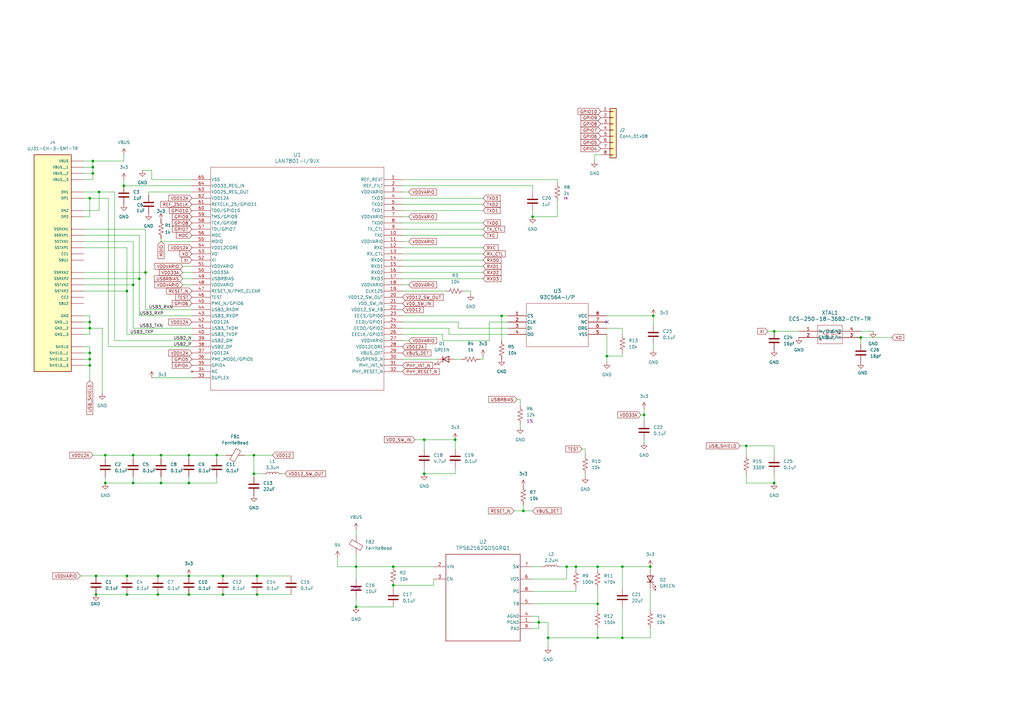
<source format=kicad_sch>
(kicad_sch (version 20231120) (generator "eeschema") (generator_version "8.0")
  (paper "A3")
  (junction (at 104.14 186.69))
  (junction (at 146.05 248.92))
  (junction (at 77.47 243.84))
  (junction (at 36.83 149.86))
  (junction (at 173.99 194.31))
  (junction (at 88.9 186.69))
  (junction (at 54.61 186.69))
  (junction (at 77.47 236.22))
  (junction (at 218.44 88.9))
  (junction (at 64.77 243.84))
  (junction (at 36.83 147.32))
  (junction (at 36.83 134.62))
  (junction (at 36.83 81.28))
  (junction (at 220.98 255.27))
  (junction (at 91.44 243.84))
  (junction (at 236.22 232.41))
  (junction (at 266.7 232.41))
  (junction (at 245.11 261.62))
  (junction (at 54.61 198.12))
  (junction (at 38.1 66.04))
  (junction (at 248.92 146.05))
  (junction (at 104.14 194.31))
  (junction (at 161.29 240.03))
  (junction (at 66.04 186.69))
  (junction (at 52.07 236.22))
  (junction (at 43.18 198.12))
  (junction (at 245.11 232.41))
  (junction (at 267.97 129.54))
  (junction (at 43.18 186.69))
  (junction (at 317.5 198.12))
  (junction (at 161.29 232.41))
  (junction (at 38.1 71.12))
  (junction (at 205.74 129.54))
  (junction (at 36.83 132.08))
  (junction (at 245.11 247.65))
  (junction (at 224.79 261.62))
  (junction (at 54.61 116.84))
  (junction (at 66.04 198.12))
  (junction (at 186.69 180.34))
  (junction (at 59.69 111.76))
  (junction (at 255.27 261.62))
  (junction (at 91.44 236.22))
  (junction (at 64.77 236.22))
  (junction (at 57.15 114.3))
  (junction (at 77.47 186.69))
  (junction (at 353.06 138.43))
  (junction (at 50.8 76.2))
  (junction (at 306.07 182.88))
  (junction (at 39.37 243.84))
  (junction (at 52.07 243.84))
  (junction (at 105.41 243.84))
  (junction (at 214.63 209.55))
  (junction (at 52.07 119.38))
  (junction (at 40.64 78.74))
  (junction (at 77.47 198.12))
  (junction (at 317.5 135.89))
  (junction (at 36.83 144.78))
  (junction (at 173.99 180.34))
  (junction (at 264.16 170.18))
  (junction (at 232.41 232.41))
  (junction (at 39.37 236.22))
  (junction (at 105.41 236.22))
  (junction (at 38.1 68.58))
  (junction (at 255.27 232.41))
  (junction (at 146.05 232.41))
  (no_connect (at 248.92 132.08))
  (wire (pts (xy 186.69 194.31) (xy 173.99 194.31)))
  (wire (pts (xy 77.47 236.22) (xy 91.44 236.22)))
  (wire (pts (xy 40.64 78.74) (xy 40.64 86.36)))
  (wire (pts (xy 66.04 195.58) (xy 66.04 198.12)))
  (wire (pts (xy 52.07 101.6) (xy 52.07 119.38)))
  (wire (pts (xy 303.53 182.88) (xy 306.07 182.88)))
  (wire (pts (xy 36.83 88.9) (xy 34.29 88.9)))
  (wire (pts (xy 36.83 132.08) (xy 36.83 134.62)))
  (wire (pts (xy 78.74 127) (xy 59.69 127)))
  (wire (pts (xy 218.44 255.27) (xy 220.98 255.27)))
  (wire (pts (xy 193.04 119.38) (xy 193.04 120.65)))
  (wire (pts (xy 92.71 186.69) (xy 88.9 186.69)))
  (wire (pts (xy 228.6 82.55) (xy 228.6 88.9)))
  (wire (pts (xy 34.29 99.06) (xy 54.61 99.06)))
  (wire (pts (xy 77.47 195.58) (xy 77.47 198.12)))
  (wire (pts (xy 248.92 146.05) (xy 248.92 148.59)))
  (wire (pts (xy 38.1 68.58) (xy 38.1 66.04)))
  (wire (pts (xy 107.95 194.31) (xy 104.14 194.31)))
  (wire (pts (xy 173.99 180.34) (xy 186.69 180.34)))
  (wire (pts (xy 105.41 236.22) (xy 119.38 236.22)))
  (wire (pts (xy 165.1 76.2) (xy 218.44 76.2)))
  (wire (pts (xy 34.29 142.24) (xy 36.83 142.24)))
  (wire (pts (xy 104.14 186.69) (xy 111.76 186.69)))
  (wire (pts (xy 255.27 232.41) (xy 266.7 232.41)))
  (wire (pts (xy 165.1 119.38) (xy 182.88 119.38)))
  (wire (pts (xy 54.61 198.12) (xy 66.04 198.12)))
  (wire (pts (xy 78.74 137.16) (xy 52.07 137.16)))
  (wire (pts (xy 34.29 134.62) (xy 36.83 134.62)))
  (wire (pts (xy 205.74 139.7) (xy 205.74 129.54)))
  (wire (pts (xy 62.23 154.94) (xy 78.74 154.94)))
  (wire (pts (xy 248.92 137.16) (xy 248.92 146.05)))
  (wire (pts (xy 240.03 194.31) (xy 240.03 195.58)))
  (wire (pts (xy 317.5 135.89) (xy 327.66 135.89)))
  (wire (pts (xy 44.45 142.24) (xy 78.74 142.24)))
  (wire (pts (xy 186.69 184.15) (xy 186.69 180.34)))
  (wire (pts (xy 184.15 137.16) (xy 208.28 137.16)))
  (wire (pts (xy 165.1 91.44) (xy 198.12 91.44)))
  (wire (pts (xy 246.38 63.5) (xy 243.84 63.5)))
  (wire (pts (xy 146.05 232.41) (xy 146.05 227.33)))
  (wire (pts (xy 255.27 232.41) (xy 255.27 241.3)))
  (wire (pts (xy 100.33 186.69) (xy 104.14 186.69)))
  (wire (pts (xy 218.44 232.41) (xy 222.25 232.41)))
  (wire (pts (xy 165.1 111.76) (xy 198.12 111.76)))
  (wire (pts (xy 236.22 232.41) (xy 236.22 233.68)))
  (wire (pts (xy 146.05 217.17) (xy 146.05 219.71)))
  (wire (pts (xy 220.98 252.73) (xy 220.98 255.27)))
  (wire (pts (xy 54.61 186.69) (xy 66.04 186.69)))
  (wire (pts (xy 165.1 81.28) (xy 198.12 81.28)))
  (wire (pts (xy 165.1 134.62) (xy 184.15 134.62)))
  (wire (pts (xy 34.29 81.28) (xy 36.83 81.28)))
  (wire (pts (xy 173.99 180.34) (xy 173.99 184.15)))
  (wire (pts (xy 78.74 134.62) (xy 54.61 134.62)))
  (wire (pts (xy 43.18 198.12) (xy 54.61 198.12)))
  (wire (pts (xy 170.18 180.34) (xy 173.99 180.34)))
  (wire (pts (xy 146.05 248.92) (xy 161.29 248.92)))
  (wire (pts (xy 36.83 149.86) (xy 34.29 149.86)))
  (wire (pts (xy 138.43 228.6) (xy 138.43 232.41)))
  (wire (pts (xy 60.96 78.74) (xy 60.96 80.01)))
  (wire (pts (xy 58.42 69.85) (xy 62.23 69.85)))
  (wire (pts (xy 34.29 78.74) (xy 40.64 78.74)))
  (wire (pts (xy 165.1 96.52) (xy 198.12 96.52)))
  (wire (pts (xy 104.14 186.69) (xy 104.14 194.31)))
  (wire (pts (xy 245.11 247.65) (xy 245.11 250.19)))
  (wire (pts (xy 165.1 114.3) (xy 198.12 114.3)))
  (wire (pts (xy 50.8 73.66) (xy 50.8 76.2)))
  (wire (pts (xy 165.1 93.98) (xy 198.12 93.98)))
  (wire (pts (xy 187.96 134.62) (xy 208.28 134.62)))
  (wire (pts (xy 36.83 137.16) (xy 34.29 137.16)))
  (wire (pts (xy 236.22 242.57) (xy 236.22 241.3)))
  (wire (pts (xy 218.44 252.73) (xy 220.98 252.73)))
  (wire (pts (xy 34.29 66.04) (xy 38.1 66.04)))
  (wire (pts (xy 165.1 101.6) (xy 198.12 101.6)))
  (wire (pts (xy 165.1 139.7) (xy 167.64 139.7)))
  (wire (pts (xy 74.93 114.3) (xy 78.74 114.3)))
  (wire (pts (xy 38.1 66.04) (xy 50.8 66.04)))
  (wire (pts (xy 36.83 147.32) (xy 36.83 149.86)))
  (wire (pts (xy 57.15 114.3) (xy 57.15 129.54)))
  (wire (pts (xy 77.47 243.84) (xy 91.44 243.84)))
  (wire (pts (xy 165.1 137.16) (xy 181.61 137.16)))
  (wire (pts (xy 200.66 139.7) (xy 200.66 132.08)))
  (wire (pts (xy 317.5 198.12) (xy 317.5 194.31)))
  (wire (pts (xy 245.11 232.41) (xy 255.27 232.41)))
  (wire (pts (xy 267.97 140.97) (xy 267.97 143.51)))
  (wire (pts (xy 255.27 261.62) (xy 245.11 261.62)))
  (wire (pts (xy 52.07 236.22) (xy 64.77 236.22)))
  (wire (pts (xy 165.1 129.54) (xy 205.74 129.54)))
  (wire (pts (xy 220.98 255.27) (xy 220.98 257.81)))
  (wire (pts (xy 161.29 240.03) (xy 161.29 241.3)))
  (wire (pts (xy 353.06 138.43) (xy 353.06 140.97)))
  (wire (pts (xy 146.05 232.41) (xy 161.29 232.41)))
  (wire (pts (xy 36.83 149.86) (xy 36.83 156.21)))
  (wire (pts (xy 40.64 78.74) (xy 46.99 78.74)))
  (wire (pts (xy 306.07 198.12) (xy 317.5 198.12)))
  (wire (pts (xy 186.69 191.77) (xy 186.69 194.31)))
  (wire (pts (xy 262.89 170.18) (xy 264.16 170.18)))
  (wire (pts (xy 218.44 88.9) (xy 218.44 86.36)))
  (wire (pts (xy 228.6 88.9) (xy 218.44 88.9)))
  (wire (pts (xy 165.1 86.36) (xy 198.12 86.36)))
  (wire (pts (xy 165.1 73.66) (xy 228.6 73.66)))
  (wire (pts (xy 187.96 132.08) (xy 187.96 134.62)))
  (wire (pts (xy 317.5 182.88) (xy 306.07 182.88)))
  (wire (pts (xy 165.1 83.82) (xy 198.12 83.82)))
  (wire (pts (xy 34.29 116.84) (xy 54.61 116.84)))
  (wire (pts (xy 243.84 63.5) (xy 243.84 66.04)))
  (wire (pts (xy 115.57 194.31) (xy 116.84 194.31)))
  (wire (pts (xy 34.29 73.66) (xy 38.1 73.66)))
  (wire (pts (xy 177.8 237.49) (xy 177.8 240.03)))
  (wire (pts (xy 212.09 163.83) (xy 213.36 163.83)))
  (wire (pts (xy 190.5 119.38) (xy 193.04 119.38)))
  (wire (pts (xy 317.5 186.69) (xy 317.5 182.88)))
  (wire (pts (xy 184.15 134.62) (xy 184.15 137.16)))
  (wire (pts (xy 54.61 116.84) (xy 54.61 134.62)))
  (wire (pts (xy 165.1 104.14) (xy 198.12 104.14)))
  (wire (pts (xy 34.29 68.58) (xy 38.1 68.58)))
  (wire (pts (xy 41.91 134.62) (xy 41.91 161.29)))
  (wire (pts (xy 38.1 71.12) (xy 38.1 68.58)))
  (wire (pts (xy 165.1 88.9) (xy 167.64 88.9)))
  (wire (pts (xy 214.63 209.55) (xy 218.44 209.55)))
  (wire (pts (xy 34.29 119.38) (xy 52.07 119.38)))
  (wire (pts (xy 88.9 186.69) (xy 88.9 187.96)))
  (wire (pts (xy 165.1 99.06) (xy 167.64 99.06)))
  (wire (pts (xy 306.07 194.31) (xy 306.07 198.12)))
  (wire (pts (xy 267.97 129.54) (xy 267.97 133.35)))
  (wire (pts (xy 248.92 146.05) (xy 255.27 146.05)))
  (wire (pts (xy 88.9 195.58) (xy 88.9 198.12)))
  (wire (pts (xy 353.06 138.43) (xy 365.76 138.43)))
  (wire (pts (xy 36.83 129.54) (xy 36.83 132.08)))
  (wire (pts (xy 266.7 257.81) (xy 266.7 261.62)))
  (wire (pts (xy 213.36 163.83) (xy 213.36 166.37)))
  (wire (pts (xy 218.44 257.81) (xy 220.98 257.81)))
  (wire (pts (xy 54.61 195.58) (xy 54.61 198.12)))
  (wire (pts (xy 186.69 147.32) (xy 189.23 147.32)))
  (wire (pts (xy 266.7 261.62) (xy 255.27 261.62)))
  (wire (pts (xy 39.37 243.84) (xy 52.07 243.84)))
  (wire (pts (xy 314.96 135.89) (xy 317.5 135.89)))
  (wire (pts (xy 59.69 127) (xy 59.69 111.76)))
  (wire (pts (xy 78.74 78.74) (xy 60.96 78.74)))
  (wire (pts (xy 104.14 194.31) (xy 104.14 195.58)))
  (wire (pts (xy 245.11 261.62) (xy 224.79 261.62)))
  (wire (pts (xy 66.04 99.06) (xy 66.04 97.79)))
  (wire (pts (xy 66.04 186.69) (xy 77.47 186.69)))
  (wire (pts (xy 240.03 184.15) (xy 240.03 186.69)))
  (wire (pts (xy 78.74 99.06) (xy 66.04 99.06)))
  (wire (pts (xy 59.69 111.76) (xy 59.69 93.98)))
  (wire (pts (xy 33.02 236.22) (xy 39.37 236.22)))
  (wire (pts (xy 264.16 170.18) (xy 264.16 172.72)))
  (wire (pts (xy 232.41 237.49) (xy 232.41 232.41)))
  (wire (pts (xy 50.8 66.04) (xy 50.8 63.5)))
  (wire (pts (xy 74.93 116.84) (xy 78.74 116.84)))
  (wire (pts (xy 238.76 184.15) (xy 240.03 184.15)))
  (wire (pts (xy 248.92 134.62) (xy 255.27 134.62)))
  (wire (pts (xy 224.79 261.62) (xy 224.79 255.27)))
  (wire (pts (xy 74.93 111.76) (xy 78.74 111.76)))
  (wire (pts (xy 173.99 191.77) (xy 173.99 194.31)))
  (wire (pts (xy 74.93 109.22) (xy 78.74 109.22)))
  (wire (pts (xy 214.63 209.55) (xy 214.63 207.01)))
  (wire (pts (xy 205.74 129.54) (xy 208.28 129.54)))
  (wire (pts (xy 41.91 134.62) (xy 36.83 134.62)))
  (wire (pts (xy 138.43 232.41) (xy 146.05 232.41)))
  (wire (pts (xy 40.64 86.36) (xy 34.29 86.36)))
  (wire (pts (xy 196.85 147.32) (xy 198.12 147.32)))
  (wire (pts (xy 66.04 186.69) (xy 66.04 187.96)))
  (wire (pts (xy 36.83 134.62) (xy 36.83 137.16)))
  (wire (pts (xy 177.8 240.03) (xy 161.29 240.03)))
  (wire (pts (xy 228.6 73.66) (xy 228.6 74.93)))
  (wire (pts (xy 77.47 186.69) (xy 88.9 186.69)))
  (wire (pts (xy 229.87 232.41) (xy 232.41 232.41)))
  (wire (pts (xy 146.05 245.11) (xy 146.05 248.92)))
  (wire (pts (xy 34.29 101.6) (xy 52.07 101.6)))
  (wire (pts (xy 236.22 232.41) (xy 245.11 232.41)))
  (wire (pts (xy 224.79 265.43) (xy 224.79 261.62)))
  (wire (pts (xy 34.29 93.98) (xy 59.69 93.98)))
  (wire (pts (xy 224.79 255.27) (xy 220.98 255.27)))
  (wire (pts (xy 165.1 78.74) (xy 167.64 78.74)))
  (wire (pts (xy 218.44 237.49) (xy 232.41 237.49)))
  (wire (pts (xy 91.44 236.22) (xy 105.41 236.22)))
  (wire (pts (xy 38.1 186.69) (xy 43.18 186.69)))
  (wire (pts (xy 54.61 99.06) (xy 54.61 116.84)))
  (wire (pts (xy 245.11 257.81) (xy 245.11 261.62)))
  (wire (pts (xy 200.66 132.08) (xy 208.28 132.08)))
  (wire (pts (xy 78.74 129.54) (xy 57.15 129.54)))
  (wire (pts (xy 52.07 119.38) (xy 52.07 137.16)))
  (wire (pts (xy 34.29 114.3) (xy 57.15 114.3)))
  (wire (pts (xy 50.8 76.2) (xy 78.74 76.2)))
  (wire (pts (xy 146.05 232.41) (xy 146.05 237.49)))
  (wire (pts (xy 353.06 135.89) (xy 358.14 135.89)))
  (wire (pts (xy 39.37 236.22) (xy 52.07 236.22)))
  (wire (pts (xy 264.16 167.64) (xy 264.16 170.18)))
  (wire (pts (xy 210.82 209.55) (xy 214.63 209.55)))
  (wire (pts (xy 52.07 243.84) (xy 64.77 243.84)))
  (wire (pts (xy 36.83 144.78) (xy 36.83 147.32)))
  (wire (pts (xy 38.1 73.66) (xy 38.1 71.12)))
  (wire (pts (xy 91.44 243.84) (xy 105.41 243.84)))
  (wire (pts (xy 165.1 147.32) (xy 179.07 147.32)))
  (wire (pts (xy 64.77 243.84) (xy 77.47 243.84)))
  (wire (pts (xy 77.47 186.69) (xy 77.47 187.96)))
  (wire (pts (xy 218.44 242.57) (xy 236.22 242.57)))
  (wire (pts (xy 181.61 137.16) (xy 181.61 139.7)))
  (wire (pts (xy 44.45 142.24) (xy 44.45 81.28)))
  (wire (pts (xy 245.11 241.3) (xy 245.11 247.65)))
  (wire (pts (xy 54.61 186.69) (xy 54.61 187.96)))
  (wire (pts (xy 64.77 236.22) (xy 77.47 236.22)))
  (wire (pts (xy 165.1 132.08) (xy 187.96 132.08)))
  (wire (pts (xy 255.27 248.92) (xy 255.27 261.62)))
  (wire (pts (xy 57.15 96.52) (xy 57.15 114.3)))
  (wire (pts (xy 77.47 198.12) (xy 88.9 198.12)))
  (wire (pts (xy 46.99 139.7) (xy 46.99 78.74)))
  (wire (pts (xy 43.18 195.58) (xy 43.18 198.12)))
  (wire (pts (xy 34.29 111.76) (xy 59.69 111.76)))
  (wire (pts (xy 232.41 232.41) (xy 236.22 232.41)))
  (wire (pts (xy 165.1 116.84) (xy 167.64 116.84)))
  (wire (pts (xy 266.7 241.3) (xy 266.7 250.19)))
  (wire (pts (xy 34.29 144.78) (xy 36.83 144.78)))
  (wire (pts (xy 245.11 232.41) (xy 245.11 233.68)))
  (wire (pts (xy 165.1 106.68) (xy 198.12 106.68)))
  (wire (pts (xy 161.29 232.41) (xy 177.8 232.41)))
  (wire (pts (xy 218.44 76.2) (xy 218.44 78.74)))
  (wire (pts (xy 165.1 109.22) (xy 198.12 109.22)))
  (wire (pts (xy 306.07 182.88) (xy 306.07 186.69)))
  (wire (pts (xy 34.29 96.52) (xy 57.15 96.52)))
  (wire (pts (xy 264.16 180.34) (xy 264.16 181.61)))
  (wire (pts (xy 46.99 139.7) (xy 78.74 139.7)))
  (wire (pts (xy 248.92 129.54) (xy 267.97 129.54)))
  (wire (pts (xy 266.7 232.41) (xy 266.7 233.68)))
  (wire (pts (xy 105.41 243.84) (xy 119.38 243.84)))
  (wire (pts (xy 62.23 73.66) (xy 78.74 73.66)))
  (wire (pts (xy 34.29 147.32) (xy 36.83 147.32)))
  (wire (pts (xy 43.18 186.69) (xy 54.61 186.69)))
  (wire (pts (xy 44.45 81.28) (xy 36.83 81.28)))
  (wire (pts (xy 181.61 139.7) (xy 200.66 139.7)))
  (wire (pts (xy 36.83 142.24) (xy 36.83 144.78)))
  (wire (pts (xy 43.18 186.69) (xy 43.18 187.96)))
  (wire (pts (xy 66.04 198.12) (xy 77.47 198.12)))
  (wire (pts (xy 34.29 129.54) (xy 36.83 129.54)))
  (wire (pts (xy 62.23 69.85) (xy 62.23 73.66)))
  (wire (pts (xy 34.29 71.12) (xy 38.1 71.12)))
  (wire (pts (xy 218.44 247.65) (xy 245.11 247.65)))
  (wire (pts (xy 198.12 147.32) (xy 198.12 146.05)))
  (wire (pts (xy 213.36 173.99) (xy 213.36 175.26)))
  (wire (pts (xy 36.83 81.28) (xy 36.83 88.9)))
  (wire (pts (xy 255.27 144.78) (xy 255.27 146.05)))
  (wire (pts (xy 34.29 132.08) (xy 36.83 132.08)))
  (wire (pts (xy 255.27 134.62) (xy 255.27 137.16)))
  (label "USB2_N" (at 71.12 139.7 0))
  (label "USB3_RXP" (at 57.15 129.54 0))
  (label "USB3_RXN" (at 60.96 127 0))
  (label "USB3_TXP" (at 53.34 137.16 0))
  (label "USB2_P" (at 71.12 142.24 0))
  (label "USB3_TXN" (at 57.15 134.62 0))
  (global_label "VBUS_DET" (shape input) (at 218.44 209.55 0) (property "Intersheetrefs" "${INTERSHEET_REFS}" (effects (hide yes))))
  (global_label "TXD0" (shape input) (at 198.12 91.44 0) (property "Intersheetrefs" "${INTERSHEET_REFS}" (effects (hide yes))))
  (global_label "RXD1" (shape input) (at 198.12 109.22 0) (property "Intersheetrefs" "${INTERSHEET_REFS}" (effects (hide yes))))
  (global_label "REF_25CLK" (shape input) (at 78.74 83.82 180) (property "Intersheetrefs" "${INTERSHEET_REFS}" (effects (hide yes))))
  (global_label "VDDVARIO" (shape input) (at 33.02 236.22 180) (property "Intersheetrefs" "${INTERSHEET_REFS}" (effects (hide yes))))
  (global_label "XI" (shape input) (at 314.96 135.89 180) (property "Intersheetrefs" "${INTERSHEET_REFS}" (effects (hide yes))))
  (global_label "VDD12A" (shape input) (at 78.74 81.28 180) (property "Intersheetrefs" "${INTERSHEET_REFS}" (effects (hide yes))))
  (global_label "VDD12A" (shape input) (at 165.1 142.24 0) (property "Intersheetrefs" "${INTERSHEET_REFS}" (effects (hide yes))))
  (global_label "GPIO10" (shape input) (at 78.74 86.36 180) (property "Intersheetrefs" "${INTERSHEET_REFS}" (effects (hide yes))))
  (global_label "TEST" (shape input) (at 78.74 121.92 180) (property "Intersheetrefs" "${INTERSHEET_REFS}" (effects (hide yes))))
  (global_label "USB_SHIELD" (shape input) (at 36.83 156.21 270) (property "Intersheetrefs" "${INTERSHEET_REFS}" (effects (hide yes))))
  (global_label "XI" (shape input) (at 78.74 106.68 180) (property "Intersheetrefs" "${INTERSHEET_REFS}" (effects (hide yes))))
  (global_label "TXC" (shape input) (at 198.12 96.52 0) (property "Intersheetrefs" "${INTERSHEET_REFS}" (effects (hide yes))))
  (global_label "GPIO8" (shape input) (at 78.74 91.44 180) (property "Intersheetrefs" "${INTERSHEET_REFS}" (effects (hide yes))))
  (global_label "TXD3" (shape input) (at 198.12 81.28 0) (property "Intersheetrefs" "${INTERSHEET_REFS}" (effects (hide yes))))
  (global_label "RXC" (shape input) (at 198.12 101.6 0) (property "Intersheetrefs" "${INTERSHEET_REFS}" (effects (hide yes))))
  (global_label "VDD33A" (shape input) (at 74.93 111.76 180) (property "Intersheetrefs" "${INTERSHEET_REFS}" (effects (hide yes))))
  (global_label "MDIO" (shape input) (at 66.04 99.06 270) (property "Intersheetrefs" "${INTERSHEET_REFS}" (effects (hide yes))))
  (global_label "PHY_INT_N" (shape input) (at 165.1 149.86 0) (property "Intersheetrefs" "${INTERSHEET_REFS}" (effects (hide yes))))
  (global_label "TX_CTL" (shape input) (at 198.12 93.98 0) (property "Intersheetrefs" "${INTERSHEET_REFS}" (effects (hide yes))))
  (global_label "VDDVARIO" (shape input) (at 74.93 116.84 180) (property "Intersheetrefs" "${INTERSHEET_REFS}" (effects (hide yes))))
  (global_label "MDC" (shape input) (at 78.74 96.52 180) (property "Intersheetrefs" "${INTERSHEET_REFS}" (effects (hide yes))))
  (global_label "VDDVARIO" (shape input) (at 167.64 139.7 0) (property "Intersheetrefs" "${INTERSHEET_REFS}" (effects (hide yes))))
  (global_label "GPIO5" (shape input) (at 246.38 58.42 180) (property "Intersheetrefs" "${INTERSHEET_REFS}" (effects (hide yes))))
  (global_label "PHY_RESET_N" (shape input) (at 165.1 152.4 0) (property "Intersheetrefs" "${INTERSHEET_REFS}" (effects (hide yes))))
  (global_label "RESET_N" (shape input) (at 210.82 209.55 180) (property "Intersheetrefs" "${INTERSHEET_REFS}" (effects (hide yes))))
  (global_label "VDDVARIO" (shape input) (at 167.64 116.84 0) (property "Intersheetrefs" "${INTERSHEET_REFS}" (effects (hide yes))))
  (global_label "VDD12" (shape input) (at 111.76 186.69 0) (property "Intersheetrefs" "${INTERSHEET_REFS}" (effects (hide yes))))
  (global_label "USB_SHIELD" (shape input) (at 303.53 182.88 180) (property "Intersheetrefs" "${INTERSHEET_REFS}" (effects (hide yes))))
  (global_label "VDD12" (shape input) (at 165.1 127 0) (property "Intersheetrefs" "${INTERSHEET_REFS}" (effects (hide yes))))
  (global_label "GPIO4" (shape input) (at 246.38 60.96 180) (property "Intersheetrefs" "${INTERSHEET_REFS}" (effects (hide yes))))
  (global_label "VDD_SW_IN" (shape input) (at 170.18 180.34 180) (property "Intersheetrefs" "${INTERSHEET_REFS}" (effects (hide yes))))
  (global_label "XO" (shape input) (at 365.76 138.43 0) (property "Intersheetrefs" "${INTERSHEET_REFS}" (effects (hide yes))))
  (global_label "RXD3" (shape input) (at 198.12 114.3 0) (property "Intersheetrefs" "${INTERSHEET_REFS}" (effects (hide yes))))
  (global_label "VDD12_SW_OUT" (shape input) (at 165.1 121.92 0) (property "Intersheetrefs" "${INTERSHEET_REFS}" (effects (hide yes))))
  (global_label "GPIO10" (shape input) (at 246.38 45.72 180) (property "Intersheetrefs" "${INTERSHEET_REFS}" (effects (hide yes))))
  (global_label "GPIO6" (shape input) (at 78.74 124.46 180) (property "Intersheetrefs" "${INTERSHEET_REFS}" (effects (hide yes))))
  (global_label "GPIO7" (shape input) (at 78.74 93.98 180) (property "Intersheetrefs" "${INTERSHEET_REFS}" (effects (hide yes))))
  (global_label "GPIO6" (shape input) (at 246.38 55.88 180) (property "Intersheetrefs" "${INTERSHEET_REFS}" (effects (hide yes))))
  (global_label "VDD12A" (shape input) (at 78.74 101.6 180) (property "Intersheetrefs" "${INTERSHEET_REFS}" (effects (hide yes))))
  (global_label "TEST" (shape input) (at 238.76 184.15 180) (property "Intersheetrefs" "${INTERSHEET_REFS}" (effects (hide yes))))
  (global_label "VDD33A" (shape input) (at 262.89 170.18 180) (property "Intersheetrefs" "${INTERSHEET_REFS}" (effects (hide yes))))
  (global_label "RXD0" (shape input) (at 198.12 106.68 0) (property "Intersheetrefs" "${INTERSHEET_REFS}" (effects (hide yes))))
  (global_label "GPIO9" (shape input) (at 78.74 88.9 180) (property "Intersheetrefs" "${INTERSHEET_REFS}" (effects (hide yes))))
  (global_label "VDD12A" (shape input) (at 78.74 132.08 180) (property "Intersheetrefs" "${INTERSHEET_REFS}" (effects (hide yes))))
  (global_label "VDDVARIO" (shape input) (at 74.93 109.22 180) (property "Intersheetrefs" "${INTERSHEET_REFS}" (effects (hide yes))))
  (global_label "VDD_SW_IN" (shape input) (at 165.1 124.46 0) (property "Intersheetrefs" "${INTERSHEET_REFS}" (effects (hide yes))))
  (global_label "RX_CTL" (shape input) (at 198.12 104.14 0) (property "Intersheetrefs" "${INTERSHEET_REFS}" (effects (hide yes))))
  (global_label "USBRBIAS" (shape input) (at 74.93 114.3 180) (property "Intersheetrefs" "${INTERSHEET_REFS}" (effects (hide yes))))
  (global_label "GPIO7" (shape input) (at 246.38 53.34 180) (property "Intersheetrefs" "${INTERSHEET_REFS}" (effects (hide yes))))
  (global_label "GPIO8" (shape input) (at 246.38 50.8 180) (property "Intersheetrefs" "${INTERSHEET_REFS}" (effects (hide yes))))
  (global_label "GPIO5" (shape input) (at 78.74 147.32 180) (property "Intersheetrefs" "${INTERSHEET_REFS}" (effects (hide yes))))
  (global_label "TXD2" (shape input) (at 198.12 83.82 0) (property "Intersheetrefs" "${INTERSHEET_REFS}" (effects (hide yes))))
  (global_label "RXD2" (shape input) (at 198.12 111.76 0) (property "Intersheetrefs" "${INTERSHEET_REFS}" (effects (hide yes))))
  (global_label "VDDVARIO" (shape input) (at 167.64 99.06 0) (property "Intersheetrefs" "${INTERSHEET_REFS}" (effects (hide yes))))
  (global_label "VBUS_DET" (shape input) (at 165.1 144.78 0) (property "Intersheetrefs" "${INTERSHEET_REFS}" (effects (hide yes))))
  (global_label "VDD12_SW_OUT" (shape input) (at 116.84 194.31 0) (property "Intersheetrefs" "${INTERSHEET_REFS}" (effects (hide yes))))
  (global_label "VDD12A" (shape input) (at 38.1 186.69 180) (property "Intersheetrefs" "${INTERSHEET_REFS}" (effects (hide yes))))
  (global_label "VDDVARIO" (shape input) (at 167.64 78.74 0) (property "Intersheetrefs" "${INTERSHEET_REFS}" (effects (hide yes))))
  (global_label "RESET_N" (shape input) (at 78.74 119.38 180) (property "Intersheetrefs" "${INTERSHEET_REFS}" (effects (hide yes))))
  (global_label "GPIO9" (shape input) (at 246.38 48.26 180) (property "Intersheetrefs" "${INTERSHEET_REFS}" (effects (hide yes))))
  (global_label "TXD1" (shape input) (at 198.12 86.36 0) (property "Intersheetrefs" "${INTERSHEET_REFS}" (effects (hide yes))))
  (global_label "VDDVARIO" (shape input) (at 167.64 88.9 0) (property "Intersheetrefs" "${INTERSHEET_REFS}" (effects (hide yes))))
  (global_label "VDD12A" (shape input) (at 78.74 144.78 180) (property "Intersheetrefs" "${INTERSHEET_REFS}" (effects (hide yes))))
  (global_label "USBRBIAS" (shape input) (at 212.09 163.83 180) (property "Intersheetrefs" "${INTERSHEET_REFS}" (effects (hide yes))))
  (global_label "XO" (shape input) (at 78.74 104.14 180) (property "Intersheetrefs" "${INTERSHEET_REFS}" (effects (hide yes))))
  (global_label "GPIO4" (shape input) (at 78.74 149.86 180) (property "Intersheetrefs" "${INTERSHEET_REFS}" (effects (hide yes))))
  (symbol (lib_id "power:GND") (at 41.91 161.29 0) (unit 1)
    (property "Reference" "#PWR01" (effects (hide yes)))
    (property "Value" "GND" (at 41.91 166.37 0))
    (property "Description" "Power symbol creates a global label with name \"GND\" , ground" (effects (hide yes)))
  )
  (symbol (lib_id "Connector_Generic:Conn_01x08") (at 251.46 53.34 0) (unit 1)
    (property "Reference" "J2" (at 254 53.3399 0) (effects (justify left)))
    (property "Value" "Conn_01x08" (at 254 55.8799 0) (effects (justify left)))
    (property "Footprint" "Connector_PinHeader_2.00mm:PinHeader_1x08_P2.00mm_Horizontal" (effects (hide yes)))
    (property "Description" "Generic connector, single row, 01x08, script generated (kicad-library-utils/schlib/autogen/connector/)" (effects (hide yes)))
  )
  (symbol (lib_id "Device:C") (at 52.07 240.03 0) (unit 1)
    (property "Reference" "C4" (at 55.88 238.7599 0) (effects (justify left)))
    (property "Value" "0.1uF" (at 55.88 241.2999 0) (effects (justify left)))
    (property "Footprint" "Capacitor_SMD:C_0402_1005Metric" (effects (hide yes)))
    (property "Description" "Unpolarized capacitor" (effects (hide yes)))
  )
  (symbol (lib_id "Device:L") (at 111.76 194.31 90) (unit 1)
    (property "Reference" "L1" (at 111.76 189.23 90))
    (property "Value" "3.3uH" (at 111.76 191.77 90))
    (property "Footprint" "Inductor_SMD:L_0603_1608Metric" (effects (hide yes)))
    (property "Description" "Inductor" (effects (hide yes)))
  )
  (symbol (lib_id "Device:R_US") (at 205.74 143.51 180) (unit 1)
    (property "Reference" "R5" (at 208.28 142.2399 0) (effects (justify right)))
    (property "Value" "10k" (at 208.28 144.7799 0) (effects (justify right)))
    (property "Footprint" "Resistor_SMD:R_0805_2012Metric" (effects (hide yes)))
    (property "Description" "Resistor, US symbol" (effects (hide yes)))
  )
  (symbol (lib_id "Device:C") (at 60.96 83.82 0) (unit 1)
    (property "Reference" "C6" (at 56.134 84.074 0) (effects (justify left)))
    (property "Value" "1uF" (at 55.88 86.36 0) (effects (justify left)))
    (property "Footprint" "Capacitor_SMD:C_0402_1005Metric" (effects (hide yes)))
    (property "Description" "Unpolarized capacitor" (effects (hide yes)))
  )
  (symbol (lib_id "power:VPP") (at 264.16 167.64 0) (unit 1)
    (property "Reference" "#PWR028" (effects (hide yes)))
    (property "Value" "3v3" (at 264.16 162.56 0))
    (property "Description" "Power symbol creates a global label with name \"VPP\"" (effects (hide yes)))
  )
  (symbol (lib_id "Device:C") (at 64.77 240.03 0) (unit 1)
    (property "Reference" "C7" (at 68.58 238.7599 0) (effects (justify left)))
    (property "Value" "0.1uF" (at 68.58 241.2999 0) (effects (justify left)))
    (property "Footprint" "Capacitor_SMD:C_0402_1005Metric" (effects (hide yes)))
    (property "Description" "Unpolarized capacitor" (effects (hide yes)))
  )
  (symbol (lib_id "Device:LED") (at 182.88 147.32 0) (unit 1)
    (property "Reference" "D1" (at 181.2925 140.97 0))
    (property "Value" "GREEN" (at 181.2925 143.51 0))
    (property "Footprint" "LED_SMD:LED_0603_1608Metric" (effects (hide yes)))
    (property "Description" "Light emitting diode" (effects (hide yes)))
  )
  (symbol (lib_id "Capstone_Synbols:ECS-250-18-36B2-CTY-TR") (at 327.66 135.89 0) (unit 1)
    (property "Reference" "XTAL1" (at 340.36 128.27 0) (effects (font (size 1.524 1.524))))
    (property "Value" "ECS-250-18-36B2-CTY-TR" (at 340.36 130.81 0) (effects (font (size 1.524 1.524))))
    (property "Footprint" "Capstone_Footprints:ECX-2236B2_ECS" (effects (hide yes)))
    (property "Datasheet" "ECS-250-18-36B2-CTY-TR" (effects (hide yes)))
  )
  (symbol (lib_id "Device:R_US") (at 240.03 190.5 180) (unit 1)
    (property "Reference" "R10" (at 242.57 189.2299 0) (effects (justify right)))
    (property "Value" "10k" (at 242.57 191.7699 0) (effects (justify right)))
    (property "Footprint" "Resistor_SMD:R_0805_2012Metric" (effects (hide yes)))
    (property "Description" "Resistor, US symbol" (effects (hide yes)))
  )
  (symbol (lib_id "Device:C") (at 54.61 191.77 0) (unit 1)
    (property "Reference" "C5" (at 58.42 190.4999 0) (effects (justify left)))
    (property "Value" "0.1uF" (at 58.42 193.0399 0) (effects (justify left)))
    (property "Footprint" "Capacitor_SMD:C_0402_1005Metric" (effects (hide yes)))
    (property "Description" "Unpolarized capacitor" (effects (hide yes)))
  )
  (symbol (lib_id "Device:C") (at 104.14 199.39 0) (unit 1)
    (property "Reference" "C13" (at 107.95 198.1199 0) (effects (justify left)))
    (property "Value" "22uF" (at 107.95 200.6599 0) (effects (justify left)))
    (property "Footprint" "Capacitor_SMD:C_0805_2012Metric" (effects (hide yes)))
    (property "Description" "Unpolarized capacitor" (effects (hide yes)))
  )
  (symbol (lib_id "power:VPP") (at 138.43 228.6 0) (unit 1)
    (property "Reference" "#PWR013" (effects (hide yes)))
    (property "Value" "5V" (at 138.43 223.52 0))
    (property "Description" "Power symbol creates a global label with name \"VPP\"" (effects (hide yes)))
  )
  (symbol (lib_id "power:GND") (at 317.5 143.51 0) (unit 1)
    (property "Reference" "#PWR033" (effects (hide yes)))
    (property "Value" "GND" (at 317.5 148.59 0))
    (property "Description" "Power symbol creates a global label with name \"GND\" , ground" (effects (hide yes)))
  )
  (symbol (lib_id "power:GND") (at 50.8 83.82 0) (unit 1)
    (property "Reference" "#PWR06" (effects (hide yes)))
    (property "Value" "GND" (at 50.8 88.9 0))
    (property "Description" "Power symbol creates a global label with name \"GND\" , ground" (effects (hide yes)))
  )
  (symbol (lib_id "power:GND") (at 327.66 138.43 0) (unit 1)
    (property "Reference" "#PWR035" (effects (hide yes)))
    (property "Value" "GND" (at 327.66 143.51 0))
    (property "Description" "Power symbol creates a global label with name \"GND\" , ground" (effects (hide yes)))
  )
  (symbol (lib_id "Device:R_US") (at 214.63 203.2 180) (unit 1)
    (property "Reference" "R7" (at 217.17 201.9299 0) (effects (justify right)))
    (property "Value" "10k" (at 217.17 204.4699 0) (effects (justify right)))
    (property "Footprint" "Resistor_SMD:R_0805_2012Metric" (effects (hide yes)))
    (property "Description" "Resistor, US symbol" (effects (hide yes)))
  )
  (symbol (lib_id "Capstone_Synbols:TPS62162QDSGRQ1") (at 198.12 245.11 0) (unit 1)
    (property "Reference" "U2" (at 198.12 222.25 0) (effects (font (size 1.524 1.524))))
    (property "Value" "TPS62162QDSGRQ1" (at 198.12 224.79 0) (effects (font (size 1.524 1.524))))
    (property "Footprint" "Capstone_Footprints:DSG0008A" (effects (hide yes)))
    (property "Datasheet" "TPS62162QDSGRQ1" (effects (hide yes)))
  )
  (symbol (lib_id "power:VPP") (at 62.23 154.94 0) (unit 1)
    (property "Reference" "#PWR09" (effects (hide yes)))
    (property "Value" "3v3" (at 64.77 153.6699 0) (effects (justify left)))
    (property "Description" "Power symbol creates a global label with name \"VPP\"" (effects (hide yes)))
  )
  (symbol (lib_id "power:GND") (at 60.96 87.63 0) (unit 1)
    (property "Reference" "#PWR08" (effects (hide yes)))
    (property "Value" "GND" (at 60.96 92.71 0))
    (property "Description" "Power symbol creates a global label with name \"GND\" , ground" (effects (hide yes)))
  )
  (symbol (lib_id "Device:C") (at 88.9 191.77 0) (unit 1)
    (property "Reference" "C11" (at 92.71 190.4999 0) (effects (justify left)))
    (property "Value" "0.1uF" (at 92.71 193.0399 0) (effects (justify left)))
    (property "Footprint" "Capacitor_SMD:C_0402_1005Metric" (effects (hide yes)))
    (property "Description" "Unpolarized capacitor" (effects (hide yes)))
  )
  (symbol (lib_id "power:GND") (at 267.97 143.51 0) (unit 1)
    (property "Reference" "#PWR032" (effects (hide yes)))
    (property "Value" "GND" (at 267.97 148.59 0))
    (property "Description" "Power symbol creates a global label with name \"GND\" , ground" (effects (hide yes)))
  )
  (symbol (lib_id "Device:R_US") (at 213.36 170.18 180) (unit 1)
    (property "Reference" "R6" (at 215.9 167.6399 0) (effects (justify right)))
    (property "Value" "12k" (at 215.9 170.1799 0) (effects (justify right)))
    (property "Footprint" "Resistor_SMD:R_0402_1005Metric" (effects (hide yes)))
    (property "Description" "Resistor, US symbol" (effects (hide yes)))
    (property "tolerance" "1%" (at 215.9 172.7199 0) (effects (justify right)))
  )
  (symbol (lib_id "power:VPP") (at 66.04 90.17 0) (unit 1)
    (property "Reference" "#PWR010" (effects (hide yes)))
    (property "Value" "3v3" (at 66.04 86.614 0))
    (property "Description" "Power symbol creates a global label with name \"VPP\"" (effects (hide yes)))
  )
  (symbol (lib_id "power:GND") (at 264.16 181.61 0) (unit 1)
    (property "Reference" "#PWR029" (effects (hide yes)))
    (property "Value" "GND" (at 264.16 186.69 0))
    (property "Description" "Power symbol creates a global label with name \"GND\" , ground" (effects (hide yes)))
  )
  (symbol (lib_id "power:VPP") (at 267.97 129.54 0) (unit 1)
    (property "Reference" "#PWR031" (effects (hide yes)))
    (property "Value" "3v3" (at 270.51 128.2699 0) (effects (justify left)))
    (property "Description" "Power symbol creates a global label with name \"VPP\"" (effects (hide yes)))
  )
  (symbol (lib_id "Device:R_US") (at 306.07 190.5 180) (unit 1)
    (property "Reference" "R15" (at 308.61 189.2299 0) (effects (justify right)))
    (property "Value" "330R" (at 308.61 191.7699 0) (effects (justify right)))
    (property "Footprint" "Resistor_SMD:R_0805_2012Metric" (effects (hide yes)))
    (property "Description" "Resistor, US symbol" (effects (hide yes)))
  )
  (symbol (lib_id "Device:C") (at 255.27 245.11 0) (unit 1)
    (property "Reference" "C21" (at 259.08 243.8399 0) (effects (justify left)))
    (property "Value" "22uF" (at 259.08 246.3799 0) (effects (justify left)))
    (property "Footprint" "Capacitor_SMD:C_0805_2012Metric" (effects (hide yes)))
    (property "Description" "Unpolarized capacitor" (effects (hide yes)))
  )
  (symbol (lib_id "Device:C") (at 105.41 240.03 0) (unit 1)
    (property "Reference" "C14" (at 109.22 238.7599 0) (effects (justify left)))
    (property "Value" "0.1uF" (at 109.22 241.2999 0) (effects (justify left)))
    (property "Footprint" "Capacitor_SMD:C_0402_1005Metric" (effects (hide yes)))
    (property "Description" "Unpolarized capacitor" (effects (hide yes)))
  )
  (symbol (lib_id "power:GND") (at 243.84 66.04 0) (unit 1)
    (property "Reference" "#PWR026" (effects (hide yes)))
    (property "Value" "GND" (at 243.84 71.12 0))
    (property "Description" "Power symbol creates a global label with name \"GND\" , ground" (effects (hide yes)))
  )
  (symbol (lib_id "Device:C") (at 77.47 240.03 0) (unit 1)
    (property "Reference" "C10" (at 81.28 238.7599 0) (effects (justify left)))
    (property "Value" "0.1uF" (at 81.28 241.2999 0) (effects (justify left)))
    (property "Footprint" "Capacitor_SMD:C_0402_1005Metric" (effects (hide yes)))
    (property "Description" "Unpolarized capacitor" (effects (hide yes)))
  )
  (symbol (lib_id "Device:FerriteBead") (at 146.05 223.52 180) (unit 1)
    (property "Reference" "FB2" (at 149.86 222.3007 0) (effects (justify right)))
    (property "Value" "FerriteBead" (at 149.86 224.8407 0) (effects (justify right)))
    (property "Footprint" "Capstone_Footprints:BEADC1608X95N" (effects (hide yes)))
    (property "Description" "Ferrite bead" (effects (hide yes)))
  )
  (symbol (lib_id "Device:R_US") (at 161.29 236.22 180) (unit 1)
    (property "Reference" "R2" (at 163.83 234.9499 0) (effects (justify right)))
    (property "Value" "10k" (at 163.83 237.4899 0) (effects (justify right)))
    (property "Footprint" "Resistor_SMD:R_0805_2012Metric" (effects (hide yes)))
    (property "Description" "Resistor, US symbol" (effects (hide yes)))
  )
  (symbol (lib_id "power:VPP") (at 50.8 63.5 0) (unit 1)
    (property "Reference" "#PWR04" (effects (hide yes)))
    (property "Value" "VBUS" (at 50.8 58.42 0))
    (property "Description" "Power symbol creates a global label with name \"VPP\"" (effects (hide yes)))
  )
  (symbol (lib_id "Capstone_Synbols:93C56A-I_P") (at 208.28 129.54 0) (unit 1)
    (property "Reference" "U3" (at 228.6 119.38 0) (effects (font (size 1.524 1.524))))
    (property "Value" "93C56A-I/P" (at 228.6 121.92 0) (effects (font (size 1.524 1.524))))
    (property "Footprint" "Capstone_Footprints:PDIP8_300MC_MCH" (effects (hide yes)))
    (property "Datasheet" "93C56A-I/P" (effects (hide yes)))
  )
  (symbol (lib_id "power:VPP") (at 266.7 232.41 0) (unit 1)
    (property "Reference" "#PWR030" (effects (hide yes)))
    (property "Value" "3v3" (at 266.7 227.33 0))
    (property "Description" "Power symbol creates a global label with name \"VPP\"" (effects (hide yes)))
  )
  (symbol (lib_id "Device:C") (at 267.97 137.16 0) (unit 1)
    (property "Reference" "C23" (at 271.78 135.8899 0) (effects (justify left)))
    (property "Value" "0.1uF" (at 271.78 138.4299 0) (effects (justify left)))
    (property "Footprint" "Capacitor_SMD:C_0402_1005Metric" (effects (hide yes)))
    (property "Description" "Unpolarized capacitor" (effects (hide yes)))
  )
  (symbol (lib_id "Device:C") (at 218.44 82.55 0) (unit 1)
    (property "Reference" "C20" (at 222.25 81.2799 0) (effects (justify left)))
    (property "Value" "1uF" (at 222.25 83.8199 0) (effects (justify left)))
    (property "Footprint" "Capacitor_SMD:C_0402_1005Metric" (effects (hide yes)))
    (property "Description" "Unpolarized capacitor" (effects (hide yes)))
  )
  (symbol (lib_id "power:GND") (at 240.03 195.58 0) (unit 1)
    (property "Reference" "#PWR025" (effects (hide yes)))
    (property "Value" "GND" (at 240.03 200.66 0))
    (property "Description" "Power symbol creates a global label with name \"GND\" , ground" (effects (hide yes)))
  )
  (symbol (lib_id "power:VPP") (at 186.69 180.34 0) (unit 1)
    (property "Reference" "#PWR017" (effects (hide yes)))
    (property "Value" "3v3" (at 186.69 175.26 0))
    (property "Description" "Power symbol creates a global label with name \"VPP\"" (effects (hide yes)))
  )
  (symbol (lib_id "Device:R_US") (at 193.04 147.32 270) (unit 1)
    (property "Reference" "R4" (at 193.04 140.97 90))
    (property "Value" "1k" (at 193.04 143.51 90))
    (property "Footprint" "Resistor_SMD:R_0805_2012Metric" (effects (hide yes)))
    (property "Description" "Resistor, US symbol" (effects (hide yes)))
  )
  (symbol (lib_id "Device:C") (at 317.5 139.7 0) (unit 1)
    (property "Reference" "C24" (at 321.31 138.4299 0) (effects (justify left)))
    (property "Value" "16pf" (at 321.31 140.9699 0) (effects (justify left)))
    (property "Footprint" "Capacitor_SMD:C_0402_1005Metric" (effects (hide yes)))
    (property "Description" "Unpolarized capacitor" (effects (hide yes)))
  )
  (symbol (lib_id "power:GND") (at 358.14 135.89 0) (unit 1)
    (property "Reference" "#PWR037" (effects (hide yes)))
    (property "Value" "GND" (at 358.14 140.97 0))
    (property "Description" "Power symbol creates a global label with name \"GND\" , ground" (effects (hide yes)))
  )
  (symbol (lib_id "Device:R_US") (at 236.22 237.49 180) (unit 1)
    (property "Reference" "R9" (at 238.76 236.2199 0) (effects (justify right)))
    (property "Value" "100k" (at 238.76 238.7599 0) (effects (justify right)))
    (property "Footprint" "Resistor_SMD:R_0805_2012Metric" (effects (hide yes)))
    (property "Description" "Resistor, US symbol" (effects (hide yes)))
  )
  (symbol (lib_id "power:GND") (at 193.04 120.65 0) (unit 1)
    (property "Reference" "#PWR018" (effects (hide yes)))
    (property "Value" "GND" (at 193.04 125.73 0))
    (property "Description" "Power symbol creates a global label with name \"GND\" , ground" (effects (hide yes)))
  )
  (symbol (lib_id "Device:C") (at 186.69 187.96 0) (unit 1)
    (property "Reference" "C19" (at 190.5 186.6899 0) (effects (justify left)))
    (property "Value" "0.1uF" (at 190.5 189.2299 0) (effects (justify left)))
    (property "Footprint" "Capacitor_SMD:C_0402_1005Metric" (effects (hide yes)))
    (property "Description" "Unpolarized capacitor" (effects (hide yes)))
  )
  (symbol (lib_id "power:GND") (at 353.06 148.59 0) (unit 1)
    (property "Reference" "#PWR036" (effects (hide yes)))
    (property "Value" "GND" (at 353.822 152.908 0))
    (property "Description" "Power symbol creates a global label with name \"GND\" , ground" (effects (hide yes)))
  )
  (symbol (lib_id "power:VPP") (at 77.47 236.22 0) (unit 1)
    (property "Reference" "#PWR011" (effects (hide yes)))
    (property "Value" "3v3" (at 77.47 231.14 0))
    (property "Description" "Power symbol creates a global label with name \"VPP\"" (effects (hide yes)))
  )
  (symbol (lib_id "power:VPP") (at 198.12 146.05 0) (unit 1)
    (property "Reference" "#PWR019" (effects (hide yes)))
    (property "Value" "3v3" (at 198.12 140.97 0))
    (property "Description" "Power symbol creates a global label with name \"VPP\"" (effects (hide yes)))
  )
  (symbol (lib_id "power:GND") (at 104.14 203.2 0) (unit 1)
    (property "Reference" "#PWR012" (effects (hide yes)))
    (property "Value" "GND" (at 104.14 208.28 0))
    (property "Description" "Power symbol creates a global label with name \"GND\" , ground" (effects (hide yes)))
  )
  (symbol (lib_id "Device:R_US") (at 255.27 140.97 180) (unit 1)
    (property "Reference" "R13" (at 257.81 139.6999 0) (effects (justify right)))
    (property "Value" "10k" (at 257.81 142.2399 0) (effects (justify right)))
    (property "Footprint" "Resistor_SMD:R_0805_2012Metric" (effects (hide yes)))
    (property "Description" "Resistor, US symbol" (effects (hide yes)))
  )
  (symbol (lib_id "Device:C") (at 317.5 190.5 0) (unit 1)
    (property "Reference" "C25" (at 321.31 189.2299 0) (effects (justify left)))
    (property "Value" "0.1uF" (at 321.31 191.7699 0) (effects (justify left)))
    (property "Footprint" "Capacitor_SMD:C_0402_1005Metric" (effects (hide yes)))
    (property "Description" "Unpolarized capacitor" (effects (hide yes)))
  )
  (symbol (lib_id "power:GND") (at 218.44 88.9 0) (unit 1)
    (property "Reference" "#PWR023" (effects (hide yes)))
    (property "Value" "GND" (at 218.44 93.98 0))
    (property "Description" "Power symbol creates a global label with name \"GND\" , ground" (effects (hide yes)))
  )
  (symbol (lib_id "Device:C") (at 119.38 240.03 0) (unit 1)
    (property "Reference" "C15" (at 123.19 238.7599 0) (effects (justify left)))
    (property "Value" "0.1uF" (at 123.19 241.2999 0) (effects (justify left)))
    (property "Footprint" "Capacitor_SMD:C_0402_1005Metric" (effects (hide yes)))
    (property "Description" "Unpolarized capacitor" (effects (hide yes)))
  )
  (symbol (lib_id "Device:C") (at 43.18 191.77 0) (unit 1)
    (property "Reference" "C2" (at 46.99 190.4999 0) (effects (justify left)))
    (property "Value" "0.1uF" (at 46.99 193.0399 0) (effects (justify left)))
    (property "Footprint" "Capacitor_SMD:C_0402_1005Metric" (effects (hide yes)))
    (property "Description" "Unpolarized capacitor" (effects (hide yes)))
  )
  (symbol (lib_id "Device:FerriteBead") (at 96.52 186.69 90) (unit 1)
    (property "Reference" "FB1" (at 96.4692 179.07 90))
    (property "Value" "FerriteBead" (at 96.4692 181.61 90))
    (property "Footprint" "Capstone_Footprints:BEADC1608X95N" (effects (hide yes)))
    (property "Description" "Ferrite bead" (effects (hide yes)))
  )
  (symbol (lib_id "Device:C") (at 39.37 240.03 0) (unit 1)
    (property "Reference" "C1" (at 43.18 238.7599 0) (effects (justify left)))
    (property "Value" "0.1uF" (at 43.18 241.2999 0) (effects (justify left)))
    (property "Footprint" "Capacitor_SMD:C_0402_1005Metric" (effects (hide yes)))
    (property "Description" "Unpolarized capacitor" (effects (hide yes)))
  )
  (symbol (lib_id "power:GND") (at 146.05 248.92 0) (unit 1)
    (property "Reference" "#PWR015" (effects (hide yes)))
    (property "Value" "GND" (at 146.05 254 0))
    (property "Description" "Power symbol creates a global label with name \"GND\" , ground" (effects (hide yes)))
  )
  (symbol (lib_id "Device:C") (at 161.29 245.11 0) (unit 1)
    (property "Reference" "C17" (at 165.1 243.8399 0) (effects (justify left)))
    (property "Value" "0.1uF" (at 165.1 246.3799 0) (effects (justify left)))
    (property "Footprint" "Capacitor_SMD:C_0402_1005Metric" (effects (hide yes)))
    (property "Description" "Unpolarized capacitor" (effects (hide yes)))
  )
  (symbol (lib_id "Device:R_US") (at 228.6 78.74 180) (unit 1)
    (property "Reference" "R8" (at 231.14 76.8349 0) (effects (justify right)))
    (property "Value" "2k" (at 231.14 79.3749 0) (effects (justify right)))
    (property "Footprint" "Resistor_SMD:R_0402_1005Metric" (effects (hide yes)))
    (property "Description" "Resistor, US symbol" (effects (hide yes)))
    (property "tolerance" "1%" (at 231.14 81.28 0) (effects (font (size 0.762 0.762)) (justify right)))
  )
  (symbol (lib_id "Device:C") (at 66.04 191.77 0) (unit 1)
    (property "Reference" "C8" (at 69.85 190.4999 0) (effects (justify left)))
    (property "Value" "0.1uF" (at 69.85 193.0399 0) (effects (justify left)))
    (property "Footprint" "Capacitor_SMD:C_0402_1005Metric" (effects (hide yes)))
    (property "Description" "Unpolarized capacitor" (effects (hide yes)))
  )
  (symbol (lib_id "power:VPP") (at 146.05 217.17 0) (unit 1)
    (property "Reference" "#PWR014" (effects (hide yes)))
    (property "Value" "VBUS" (at 146.05 212.09 0))
    (property "Description" "Power symbol creates a global label with name \"VPP\"" (effects (hide yes)))
  )
  (symbol (lib_id "power:VPP") (at 50.8 73.66 0) (unit 1)
    (property "Reference" "#PWR05" (effects (hide yes)))
    (property "Value" "3v3" (at 50.8 68.58 0))
    (property "Description" "Power symbol creates a global label with name \"VPP\"" (effects (hide yes)))
  )
  (symbol (lib_id "Device:C") (at 353.06 144.78 0) (unit 1)
    (property "Reference" "C26" (at 356.87 143.5099 0) (effects (justify left)))
    (property "Value" "16pf" (at 356.87 146.0499 0) (effects (justify left)))
    (property "Footprint" "Capacitor_SMD:C_0402_1005Metric" (effects (hide yes)))
    (property "Description" "Unpolarized capacitor" (effects (hide yes)))
  )
  (symbol (lib_id "Device:C") (at 50.8 80.01 0) (unit 1)
    (property "Reference" "C3" (at 54.61 78.7399 0) (effects (justify left)))
    (property "Value" "1uF" (at 54.61 81.2799 0) (effects (justify left)))
    (property "Footprint" "Capacitor_SMD:C_0402_1005Metric" (effects (hide yes)))
    (property "Description" "Unpolarized capacitor" (effects (hide yes)))
  )
  (symbol (lib_id "Capstone_Synbols:UJ31-CH-3-SMT-TR") (at 21.59 96.52 0) (unit 1)
    (property "Reference" "J4" (at 21.59 58.42 0))
    (property "Value" "UJ31-CH-3-SMT-TR" (at 21.59 60.96 0))
    (property "Footprint" "Capstone_Footprints:CUI_UJ31-CH-3-SMT-TR" (effects (hide yes)))
    (property "Description" "1.04" (effects (hide yes)))
    (property "STANDARD" "Manufacturer Recommendations" (effects (hide yes)))
    (property "MAXIMUM_PACKAGE_HEIGHT" "3.16 mm" (effects (hide yes)))
    (property "MANUFACTURER" "CUI Devices" (effects (hide yes)))
  )
  (symbol (lib_id "Device:C") (at 77.47 191.77 0) (unit 1)
    (property "Reference" "C9" (at 81.28 190.4999 0) (effects (justify left)))
    (property "Value" "0.1uF" (at 81.28 193.0399 0) (effects (justify left)))
    (property "Footprint" "Capacitor_SMD:C_0402_1005Metric" (effects (hide yes)))
    (property "Description" "Unpolarized capacitor" (effects (hide yes)))
  )
  (symbol (lib_id "power:VPP") (at 214.63 199.39 0) (unit 1)
    (property "Reference" "#PWR022" (effects (hide yes)))
    (property "Value" "3v3" (at 214.63 194.31 0))
    (property "Description" "Power symbol creates a global label with name \"VPP\"" (effects (hide yes)))
  )
  (symbol (lib_id "power:GND") (at 213.36 175.26 0) (unit 1)
    (property "Reference" "#PWR021" (effects (hide yes)))
    (property "Value" "GND" (at 213.36 180.34 0))
    (property "Description" "Power symbol creates a global label with name \"GND\" , ground" (effects (hide yes)))
  )
  (symbol (lib_id "Capstone_Synbols:LAN7801-I_9JX") (at 165.1 73.66 0) (mirror y) (unit 1)
    (property "Reference" "U1" (at 121.92 63.5 0) (effects (font (size 1.524 1.524))))
    (property "Value" "LAN7801-I/9JX" (at 121.92 66.04 0) (effects (font (size 1.524 1.524))))
    (property "Footprint" "Capstone_Footprints:SQFN64_9JX_MCH" (effects (hide yes)))
    (property "Datasheet" "LAN7801-I/9JX" (effects (hide yes)))
  )
  (symbol (lib_id "Device:R_US") (at 186.69 119.38 270) (unit 1)
    (property "Reference" "R3" (at 186.69 113.03 90))
    (property "Value" "10k" (at 186.69 115.57 90))
    (property "Footprint" "Resistor_SMD:R_0805_2012Metric" (effects (hide yes)))
    (property "Description" "Resistor, US symbol" (effects (hide yes)))
  )
  (symbol (lib_id "power:GND") (at 39.37 243.84 0) (unit 1)
    (property "Reference" "#PWR02" (effects (hide yes)))
    (property "Value" "GND" (at 39.116 247.65 0))
    (property "Description" "Power symbol creates a global label with name \"GND\" , ground" (effects (hide yes)))
  )
  (symbol (lib_id "Device:C") (at 264.16 176.53 0) (unit 1)
    (property "Reference" "C22" (at 267.97 175.2599 0) (effects (justify left)))
    (property "Value" "0.1uF" (at 267.97 177.7999 0) (effects (justify left)))
    (property "Footprint" "Capacitor_SMD:C_0402_1005Metric" (effects (hide yes)))
    (property "Description" "Unpolarized capacitor" (effects (hide yes)))
  )
  (symbol (lib_id "power:GND") (at 224.79 265.43 0) (unit 1)
    (property "Reference" "#PWR024" (effects (hide yes)))
    (property "Value" "GND" (at 224.79 270.51 0))
    (property "Description" "Power symbol creates a global label with name \"GND\" , ground" (effects (hide yes)))
  )
  (symbol (lib_id "power:GND") (at 58.42 69.85 0) (unit 1)
    (property "Reference" "#PWR07" (effects (hide yes)))
    (property "Value" "GND" (at 58.42 74.93 0))
    (property "Description" "Power symbol creates a global label with name \"GND\" , ground" (effects (hide yes)))
  )
  (symbol (lib_id "power:GND") (at 173.99 194.31 0) (unit 1)
    (property "Reference" "#PWR016" (effects (hide yes)))
    (property "Value" "GND" (at 173.99 199.39 0))
    (property "Description" "Power symbol creates a global label with name \"GND\" , ground" (effects (hide yes)))
  )
  (symbol (lib_id "power:GND") (at 205.74 147.32 0) (unit 1)
    (property "Reference" "#PWR020" (effects (hide yes)))
    (property "Value" "GND" (at 205.74 152.4 0))
    (property "Description" "Power symbol creates a global label with name \"GND\" , ground" (effects (hide yes)))
  )
  (symbol (lib_id "Device:L") (at 226.06 232.41 90) (unit 1)
    (property "Reference" "L2" (at 226.06 227.33 90))
    (property "Value" "2.2uH" (at 226.06 229.87 90))
    (property "Footprint" "Inductor_SMD:L_1008_2520Metric" (effects (hide yes)))
    (property "Description" "Inductor" (effects (hide yes)))
  )
  (symbol (lib_id "Device:R_US") (at 266.7 254 180) (unit 1)
    (property "Reference" "R14" (at 269.24 252.7299 0) (effects (justify right)))
    (property "Value" "10k" (at 269.24 255.2699 0) (effects (justify right)))
    (property "Footprint" "Resistor_SMD:R_0805_2012Metric" (effects (hide yes)))
    (property "Description" "Resistor, US symbol" (effects (hide yes)))
  )
  (symbol (lib_id "Device:R_US") (at 245.11 254 180) (unit 1)
    (property "Reference" "R12" (at 247.65 252.7299 0) (effects (justify right)))
    (property "Value" "150k" (at 247.65 255.2699 0) (effects (justify right)))
    (property "Footprint" "Resistor_SMD:R_0805_2012Metric" (effects (hide yes)))
    (property "Description" "Resistor, US symbol" (effects (hide yes)))
  )
  (symbol (lib_id "power:GND") (at 248.92 148.59 0) (unit 1)
    (property "Reference" "#PWR027" (effects (hide yes)))
    (property "Value" "GND" (at 248.92 153.67 0))
    (property "Description" "Power symbol creates a global label with name \"GND\" , ground" (effects (hide yes)))
  )
  (symbol (lib_id "Device:LED") (at 266.7 237.49 90) (unit 1)
    (property "Reference" "D2" (at 270.51 237.8074 90) (effects (justify right)))
    (property "Value" "GREEN" (at 270.51 240.3474 90) (effects (justify right)))
    (property "Footprint" "LED_SMD:LED_0603_1608Metric" (effects (hide yes)))
    (property "Description" "Light emitting diode" (effects (hide yes)))
  )
  (symbol (lib_id "Device:C") (at 173.99 187.96 0) (unit 1)
    (property "Reference" "C18" (at 177.8 186.6899 0) (effects (justify left)))
    (property "Value" "4.7uF" (at 177.8 189.2299 0) (effects (justify left)))
    (property "Footprint" "Capacitor_SMD:C_0603_1608Metric" (effects (hide yes)))
    (property "Description" "Unpolarized capacitor" (effects (hide yes)))
  )
  (symbol (lib_id "power:GND") (at 317.5 198.12 0) (unit 1)
    (property "Reference" "#PWR034" (effects (hide yes)))
    (property "Value" "GND" (at 317.5 203.2 0))
    (property "Description" "Power symbol creates a global label with name \"GND\" , ground" (effects (hide yes)))
  )
  (symbol (lib_id "Device:R_US") (at 245.11 237.49 180) (unit 1)
    (property "Reference" "R11" (at 247.65 236.2199 0) (effects (justify right)))
    (property "Value" "470k" (at 247.65 238.7599 0) (effects (justify right)))
    (property "Footprint" "Resistor_SMD:R_0805_2012Metric" (effects (hide yes)))
    (property "Description" "Resistor, US symbol" (effects (hide yes)))
  )
  (symbol (lib_id "power:GND") (at 43.18 198.12 0) (unit 1)
    (property "Reference" "#PWR03" (effects (hide yes)))
    (property "Value" "GND" (at 43.18 203.2 0))
    (property "Description" "Power symbol creates a global label with name \"GND\" , ground" (effects (hide yes)))
  )
  (symbol (lib_id "Device:R_US") (at 66.04 93.98 180) (unit 1)
    (property "Reference" "R1" (at 67.564 92.456 0) (effects (justify right)))
    (property "Value" "1k" (at 67.564 95.25 0) (effects (justify right)))
    (property "Footprint" "Resistor_SMD:R_0805_2012Metric" (effects (hide yes)))
    (property "Description" "Resistor, US symbol" (effects (hide yes)))
  )
  (symbol (lib_id "Device:C") (at 91.44 240.03 0) (unit 1)
    (property "Reference" "C12" (at 95.25 238.7599 0) (effects (justify left)))
    (property "Value" "0.1uF" (at 95.25 241.2999 0) (effects (justify left)))
    (property "Footprint" "Capacitor_SMD:C_0402_1005Metric" (effects (hide yes)))
    (property "Description" "Unpolarized capacitor" (effects (hide yes)))
  )
  (symbol (lib_id "Device:C") (at 146.05 241.3 0) (unit 1)
    (property "Reference" "C16" (at 149.86 240.0299 0) (effects (justify left)))
    (property "Value" "10uF" (at 149.86 242.5699 0) (effects (justify left)))
    (property "Footprint" "Capacitor_SMD:C_0805_2012Metric" (effects (hide yes)))
    (property "Description" "Unpolarized capacitor" (effects (hide yes)))
    (property "voltage" "25V" (at 146.05 241.3 0))
  )
)
</source>
